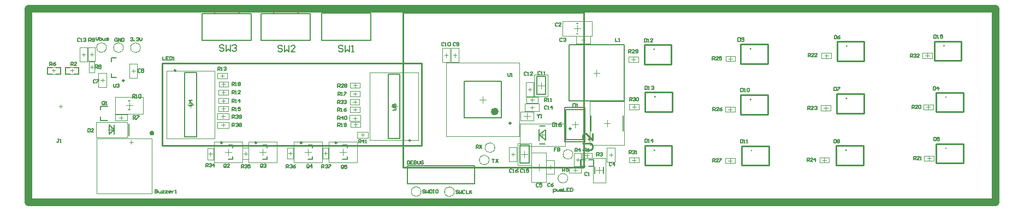
<source format=gto>
G04*
G04 #@! TF.GenerationSoftware,Altium Limited,CircuitMaker,2.3.0 (2.3.0.3)*
G04*
G04 Layer_Color=15132400*
%FSLAX24Y24*%
%MOIN*%
G70*
G04*
G04 #@! TF.SameCoordinates,DC51E294-6E65-4D61-95AE-3FB6185F5068*
G04*
G04*
G04 #@! TF.FilePolarity,Positive*
G04*
G01*
G75*
%ADD10C,0.0098*%
%ADD11C,0.0039*%
%ADD12C,0.0236*%
%ADD13C,0.0100*%
%ADD14C,0.0050*%
%ADD15C,0.0079*%
%ADD16C,0.0059*%
%ADD17C,0.0080*%
%ADD18C,0.0472*%
%ADD19C,0.0020*%
D10*
X34309Y3854D02*
G03*
X34309Y3854I-49J0D01*
G01*
X13957Y3637D02*
G03*
X13957Y3637I-49J0D01*
G01*
X29472Y4835D02*
G03*
X29472Y4835I-49J0D01*
G01*
X18844Y3634D02*
G03*
X18844Y3634I-49J0D01*
G01*
X16719Y3631D02*
G03*
X16719Y3631I-49J0D01*
G01*
X11854Y3633D02*
G03*
X11854Y3633I-49J0D01*
G01*
X23345Y3773D02*
G03*
X23345Y3773I-49J0D01*
G01*
X9026Y8057D02*
G03*
X9026Y8057I-49J0D01*
G01*
X33135Y4495D02*
G03*
X33135Y4495I-49J0D01*
G01*
X5864Y7437D02*
G03*
X5864Y7437I-49J0D01*
G01*
D11*
X26021Y640D02*
G03*
X26021Y640I-301J0D01*
G01*
X33257Y2925D02*
G03*
X33257Y2925I-301J0D01*
G01*
X5824Y9449D02*
G03*
X5824Y9449I-301J0D01*
G01*
X30820Y5458D02*
G03*
X30820Y5458I-20J0D01*
G01*
X6865Y9444D02*
G03*
X6865Y9444I-301J0D01*
G01*
X4786Y9454D02*
G03*
X4786Y9454I-301J0D01*
G01*
X28150Y2582D02*
G03*
X28150Y2582I-301J0D01*
G01*
X28500Y3332D02*
G03*
X28500Y3332I-301J0D01*
G01*
X32947Y1465D02*
G03*
X32947Y1465I-301J0D01*
G01*
X23994Y649D02*
G03*
X23994Y649I-301J0D01*
G01*
X1199Y7878D02*
Y8232D01*
X1455D01*
X1199Y7878D02*
X1455D01*
X1947D02*
Y8232D01*
X1691D02*
X1947D01*
X1691Y7878D02*
X1947D01*
X3050D02*
Y8232D01*
X2794Y7878D02*
X3050D01*
X2794Y8232D02*
X3050D01*
X2302Y7878D02*
Y8232D01*
Y7878D02*
X2558D01*
X2302Y8232D02*
X2558D01*
X4197Y1526D02*
Y2904D01*
X5181Y542D02*
X6559D01*
X7544Y1526D02*
Y2904D01*
X5181Y3888D02*
X6559D01*
X6304Y3553D02*
Y3790D01*
X6185Y3672D02*
X6422D01*
X4197Y3888D02*
X7544D01*
Y542D02*
Y3888D01*
X4197Y542D02*
X7544D01*
X4197D02*
Y3888D01*
X26015Y640D02*
G03*
X26015Y640I-295J0D01*
G01*
X33251Y2925D02*
G03*
X33251Y2925I-295J0D01*
G01*
X5818Y9449D02*
G03*
X5818Y9449I-295J0D01*
G01*
X6859Y9444D02*
G03*
X6859Y9444I-295J0D01*
G01*
X4780Y9454D02*
G03*
X4780Y9454I-295J0D01*
G01*
X28144Y2582D02*
G03*
X28144Y2582I-295J0D01*
G01*
X28494Y3332D02*
G03*
X28494Y3332I-295J0D01*
G01*
X32941Y1465D02*
G03*
X32941Y1465I-295J0D01*
G01*
X23988Y649D02*
G03*
X23988Y649I-295J0D01*
G01*
X4542Y7346D02*
Y7563D01*
X4434Y7455D02*
X4651D01*
X35147Y4818D02*
X35541D01*
X35344Y4621D02*
Y5015D01*
X19835Y6135D02*
X20051D01*
X19943Y6027D02*
Y6243D01*
X5983Y5913D02*
X6377D01*
X6180Y5717D02*
Y6110D01*
X14134Y3066D02*
X14528D01*
X14331Y2869D02*
Y3263D01*
X23154Y1127D02*
X27249D01*
Y2229D01*
X23154D02*
X27249D01*
X23154Y1127D02*
Y2229D01*
X27562Y6272D02*
X27956D01*
X27759Y6075D02*
Y6469D01*
X1573Y7947D02*
Y8163D01*
X1465Y8055D02*
X1681D01*
X2676Y7947D02*
Y8163D01*
X2567Y8055D02*
X2784D01*
X19965Y5027D02*
Y5243D01*
X19857Y5135D02*
X20074D01*
X20426Y4012D02*
Y4228D01*
X20317Y4120D02*
X20534D01*
X18047Y2987D02*
X18264D01*
X18155Y2879D02*
Y3095D01*
X15908Y3001D02*
X16125D01*
X16017Y2893D02*
Y3109D01*
X13173Y2978D02*
X13390D01*
X13281Y2870D02*
Y3087D01*
X11029Y2946D02*
X11246D01*
X11138Y2838D02*
Y3054D01*
X19218Y2866D02*
Y3260D01*
X19021Y3063D02*
X19414D01*
X17093Y2863D02*
Y3257D01*
X16897Y3060D02*
X17290D01*
X12228Y2865D02*
Y3259D01*
X12032Y3062D02*
X12425D01*
X11904Y5137D02*
Y5353D01*
X11796Y5245D02*
X12012D01*
X11909Y4612D02*
Y4829D01*
X11801Y4720D02*
X12017D01*
X22351Y5661D02*
Y6055D01*
X22154Y5858D02*
X22548D01*
X20874Y7925D02*
X23827D01*
X20874Y3791D02*
X23827D01*
X20874D02*
Y7925D01*
X23827Y3791D02*
Y7925D01*
X9922Y5775D02*
Y6169D01*
X9725Y5972D02*
X10119D01*
X8445Y3905D02*
X11398D01*
X8445Y8039D02*
X11398D01*
Y3905D02*
Y8039D01*
X8445Y3905D02*
Y8039D01*
X29492Y2925D02*
X29709D01*
X29600Y2816D02*
Y3033D01*
X30300Y2738D02*
Y3131D01*
X30104Y2935D02*
X30497D01*
X31876Y2037D02*
Y2253D01*
X31767Y2145D02*
X31984D01*
X30979Y2125D02*
X31373D01*
X31176Y1928D02*
Y2322D01*
X33278Y1975D02*
X33514D01*
X33396Y1857D02*
Y2093D01*
X36983Y2452D02*
Y2688D01*
X36865Y2570D02*
X37101D01*
X33546Y2487D02*
Y2703D01*
X33437Y2595D02*
X33654D01*
X34007Y2845D02*
X34224D01*
X34116Y2737D02*
Y2953D01*
X34870Y1754D02*
Y2148D01*
X34673Y1951D02*
X35067D01*
X35576Y2786D02*
Y3002D01*
X35467Y2894D02*
X35684D01*
X33189Y4745D02*
X33583D01*
X33386Y4548D02*
Y4942D01*
X33536Y10418D02*
Y10812D01*
X33339Y10615D02*
X33733D01*
X37001Y5712D02*
Y5948D01*
X36883Y5830D02*
X37119D01*
X36956Y8617D02*
Y8853D01*
X36838Y8735D02*
X37074D01*
X42871Y8652D02*
Y8888D01*
X42753Y8770D02*
X42989D01*
X42849Y2426D02*
Y2662D01*
X42731Y2544D02*
X42967D01*
X42735Y5675D02*
X42972D01*
X42853Y5557D02*
Y5793D01*
X48690Y5642D02*
Y5878D01*
X48572Y5760D02*
X48809D01*
X48728Y8837D02*
Y9073D01*
X48610Y8955D02*
X48846D01*
X48606Y2457D02*
Y2693D01*
X48488Y2575D02*
X48724D01*
X54878Y2685D02*
X55114D01*
X54996Y2567D02*
Y2803D01*
X54835Y5815D02*
X55072D01*
X54953Y5697D02*
Y5933D01*
X54893Y8847D02*
Y9083D01*
X54775Y8965D02*
X55012D01*
X33791Y9923D02*
X34007D01*
X33899Y9815D02*
Y10032D01*
X34509Y7905D02*
X34903D01*
X34706Y7708D02*
Y8102D01*
X26066Y8877D02*
Y9093D01*
X25957Y8985D02*
X26174D01*
X11823Y6713D02*
X12040D01*
X11932Y6605D02*
Y6822D01*
X11832Y7213D02*
X12049D01*
X11940Y7105D02*
Y7322D01*
X11810Y5715D02*
X12026D01*
X11918Y5607D02*
Y5823D01*
X11812Y6203D02*
X12029D01*
X11921Y6094D02*
Y6311D01*
X11748Y7734D02*
X11964D01*
X11856Y7625D02*
Y7842D01*
X30259Y5252D02*
X30653D01*
X30456Y5055D02*
Y5448D01*
X19847Y6625D02*
X20063D01*
X19955Y6517D02*
Y6733D01*
X19845Y5665D02*
X20062D01*
X19953Y5557D02*
Y5773D01*
X5570Y5175D02*
X5806D01*
X5688Y5057D02*
Y5293D01*
X3886Y8930D02*
Y9146D01*
X3777Y9038D02*
X3994D01*
X30769Y6144D02*
Y6361D01*
X30661Y6252D02*
X30877D01*
X3778Y8265D02*
X3994D01*
X3886Y8157D02*
Y8373D01*
X19859Y7149D02*
X20076D01*
X19968Y7040D02*
Y7257D01*
X30531Y6902D02*
X30747D01*
X30639Y6794D02*
Y7011D01*
X6326Y8027D02*
X6542D01*
X6434Y7918D02*
Y8135D01*
X3396Y8927D02*
Y9143D01*
X3287Y9035D02*
X3504D01*
X31319Y6941D02*
Y7335D01*
X31122Y7138D02*
X31516D01*
X19877Y4750D02*
X20094D01*
X19985Y4642D02*
Y4858D01*
X25417Y8986D02*
X25634D01*
X25526Y8878D02*
Y9094D01*
X30768Y5694D02*
Y5911D01*
X30660Y5802D02*
X30876D01*
X5100Y4228D02*
Y4622D01*
X4904Y4425D02*
X5297D01*
D12*
X28606Y5544D02*
G03*
X28606Y5544I-118J0D01*
G01*
D13*
X38243Y3180D02*
G03*
X38243Y3180I-4J0D01*
G01*
X38213Y9350D02*
G03*
X38213Y9350I-4J0D01*
G01*
X44155Y3155D02*
G03*
X44155Y3155I-4J0D01*
G01*
X44093Y6280D02*
G03*
X44093Y6280I-4J0D01*
G01*
Y9380D02*
G03*
X44093Y9380I-4J0D01*
G01*
X38263Y6440D02*
G03*
X38263Y6440I-4J0D01*
G01*
X55903Y9560D02*
G03*
X55903Y9560I-4J0D01*
G01*
X49935Y3175D02*
G03*
X49935Y3175I-4J0D01*
G01*
X56023Y3290D02*
G03*
X56023Y3290I-4J0D01*
G01*
X49953Y6340D02*
G03*
X49953Y6340I-4J0D01*
G01*
X49973Y9540D02*
G03*
X49973Y9540I-4J0D01*
G01*
X56023Y6430D02*
G03*
X56023Y6430I-4J0D01*
G01*
X7662Y4223D02*
G03*
X7662Y4223I-98J0D01*
G01*
X7603D02*
G03*
X7603Y4223I-39J0D01*
G01*
X8202Y3445D02*
X24029D01*
X8202D02*
Y8485D01*
X24029D01*
Y3445D02*
Y8485D01*
X37649Y2274D02*
Y3455D01*
Y2274D02*
X39303D01*
Y3455D01*
X37649D02*
X39303D01*
X37619Y8444D02*
Y9625D01*
Y8444D02*
X39273D01*
Y9625D01*
X37619D02*
X39273D01*
X43560Y2249D02*
Y3430D01*
Y2249D02*
X45214D01*
Y3430D01*
X43560D02*
X45214D01*
X43499Y6555D02*
X45153D01*
Y5374D02*
Y6555D01*
X43499Y5374D02*
X45153D01*
X43499D02*
Y6555D01*
Y8474D02*
Y9655D01*
Y8474D02*
X45153D01*
Y9655D01*
X43499D02*
X45153D01*
X37669Y6715D02*
X39323D01*
Y5534D02*
Y6715D01*
X37669Y5534D02*
X39323D01*
X37669D02*
Y6715D01*
X55309Y8654D02*
Y9835D01*
Y8654D02*
X56963D01*
Y9835D01*
X55309D02*
X56963D01*
X49340Y2269D02*
Y3450D01*
Y2269D02*
X50994D01*
Y3450D01*
X49340D02*
X50994D01*
X55429Y2384D02*
Y3565D01*
Y2384D02*
X57083D01*
Y3565D01*
X55429D02*
X57083D01*
X49359Y6615D02*
X51013D01*
Y5434D02*
Y6615D01*
X49359Y5434D02*
X51013D01*
X49359D02*
Y6615D01*
X49379Y8634D02*
Y9815D01*
Y8634D02*
X51033D01*
Y9815D01*
X49379D02*
X51033D01*
X55429Y6705D02*
X57083D01*
Y5524D02*
Y6705D01*
X55429Y5524D02*
X57083D01*
X55429D02*
Y6705D01*
X33871Y3186D02*
X34371D01*
X34471Y3286D01*
Y3486D01*
X34371Y3586D01*
X33871D01*
X34471Y4186D02*
Y3786D01*
X34071Y4186D01*
X33971D01*
X33871Y4086D01*
Y3886D01*
X33971Y3786D01*
X22887Y11584D02*
X33911D01*
Y2135D02*
Y11584D01*
X22887Y2135D02*
X33911D01*
X22887D02*
Y11584D01*
D14*
X33716Y2185D02*
Y2585D01*
Y2185D02*
X34016D01*
X34216D02*
X34516D01*
Y2585D01*
X34216D02*
X34516D01*
X33716D02*
X34016D01*
X18895Y6027D02*
Y6226D01*
X18995D01*
X19028Y6193D01*
Y6127D01*
X18995Y6093D01*
X18895D01*
X18961D02*
X19028Y6027D01*
X19095Y6193D02*
X19128Y6226D01*
X19195D01*
X19228Y6193D01*
Y6160D01*
X19195Y6127D01*
X19161D01*
X19195D01*
X19228Y6093D01*
Y6060D01*
X19195Y6027D01*
X19128D01*
X19095Y6060D01*
X19295Y6193D02*
X19328Y6226D01*
X19395D01*
X19428Y6193D01*
Y6160D01*
X19395Y6127D01*
X19361D01*
X19395D01*
X19428Y6093D01*
Y6060D01*
X19395Y6027D01*
X19328D01*
X19295Y6060D01*
X20184Y3624D02*
Y3830D01*
X20287D01*
X20321Y3796D01*
Y3727D01*
X20287Y3693D01*
X20184D01*
X20252D02*
X20321Y3624D01*
X20493D02*
Y3830D01*
X20390Y3727D01*
X20527D01*
X20596Y3624D02*
X20665D01*
X20630D01*
Y3830D01*
X20596Y3796D01*
X18904Y5051D02*
Y5258D01*
X19007D01*
X19042Y5223D01*
Y5155D01*
X19007Y5120D01*
X18904D01*
X18973D02*
X19042Y5051D01*
X19214D02*
Y5258D01*
X19110Y5155D01*
X19248D01*
X19317Y5223D02*
X19351Y5258D01*
X19420D01*
X19454Y5223D01*
Y5086D01*
X19420Y5051D01*
X19351D01*
X19317Y5086D01*
Y5223D01*
X12467Y5123D02*
Y5329D01*
X12570D01*
X12605Y5295D01*
Y5226D01*
X12570Y5192D01*
X12467D01*
X12536D02*
X12605Y5123D01*
X12673Y5295D02*
X12708Y5329D01*
X12776D01*
X12811Y5295D01*
Y5261D01*
X12776Y5226D01*
X12742D01*
X12776D01*
X12811Y5192D01*
Y5158D01*
X12776Y5123D01*
X12708D01*
X12673Y5158D01*
X12880D02*
X12914Y5123D01*
X12983D01*
X13017Y5158D01*
Y5295D01*
X12983Y5329D01*
X12914D01*
X12880Y5295D01*
Y5261D01*
X12914Y5226D01*
X13017D01*
X12470Y4620D02*
Y4827D01*
X12573D01*
X12608Y4792D01*
Y4723D01*
X12573Y4689D01*
X12470D01*
X12539D02*
X12608Y4620D01*
X12676Y4792D02*
X12711Y4827D01*
X12779D01*
X12814Y4792D01*
Y4758D01*
X12779Y4723D01*
X12745D01*
X12779D01*
X12814Y4689D01*
Y4655D01*
X12779Y4620D01*
X12711D01*
X12676Y4655D01*
X12883Y4792D02*
X12917Y4827D01*
X12986D01*
X13020Y4792D01*
Y4758D01*
X12986Y4723D01*
X13020Y4689D01*
Y4655D01*
X12986Y4620D01*
X12917D01*
X12883Y4655D01*
Y4689D01*
X12917Y4723D01*
X12883Y4758D01*
Y4792D01*
X12917Y4723D02*
X12986D01*
X17937Y2080D02*
Y2286D01*
X18040D01*
X18074Y2252D01*
Y2183D01*
X18040Y2149D01*
X17937D01*
X18005D02*
X18074Y2080D01*
X18143Y2252D02*
X18177Y2286D01*
X18246D01*
X18280Y2252D01*
Y2217D01*
X18246Y2183D01*
X18212D01*
X18246D01*
X18280Y2149D01*
Y2114D01*
X18246Y2080D01*
X18177D01*
X18143Y2114D01*
X18349Y2286D02*
X18487D01*
Y2252D01*
X18349Y2114D01*
Y2080D01*
X15768D02*
Y2286D01*
X15871D01*
X15906Y2252D01*
Y2183D01*
X15871Y2149D01*
X15768D01*
X15837D02*
X15906Y2080D01*
X15975Y2252D02*
X16009Y2286D01*
X16078D01*
X16112Y2252D01*
Y2217D01*
X16078Y2183D01*
X16043D01*
X16078D01*
X16112Y2149D01*
Y2114D01*
X16078Y2080D01*
X16009D01*
X15975Y2114D01*
X16318Y2286D02*
X16250Y2252D01*
X16181Y2183D01*
Y2114D01*
X16215Y2080D01*
X16284D01*
X16318Y2114D01*
Y2149D01*
X16284Y2183D01*
X16181D01*
X13019Y2094D02*
Y2300D01*
X13122D01*
X13157Y2266D01*
Y2197D01*
X13122Y2162D01*
X13019D01*
X13088D02*
X13157Y2094D01*
X13226Y2266D02*
X13260Y2300D01*
X13329D01*
X13363Y2266D01*
Y2231D01*
X13329Y2197D01*
X13294D01*
X13329D01*
X13363Y2162D01*
Y2128D01*
X13329Y2094D01*
X13260D01*
X13226Y2128D01*
X13569Y2300D02*
X13432D01*
Y2197D01*
X13501Y2231D01*
X13535D01*
X13569Y2197D01*
Y2128D01*
X13535Y2094D01*
X13466D01*
X13432Y2128D01*
X10856Y2157D02*
Y2363D01*
X10959D01*
X10993Y2329D01*
Y2260D01*
X10959Y2225D01*
X10856D01*
X10925D02*
X10993Y2157D01*
X11062Y2329D02*
X11097Y2363D01*
X11165D01*
X11200Y2329D01*
Y2294D01*
X11165Y2260D01*
X11131D01*
X11165D01*
X11200Y2225D01*
Y2191D01*
X11165Y2157D01*
X11097D01*
X11062Y2191D01*
X11372Y2157D02*
Y2363D01*
X11268Y2260D01*
X11406D01*
X19250Y2101D02*
Y2238D01*
X19216Y2272D01*
X19147D01*
X19113Y2238D01*
Y2101D01*
X19147Y2066D01*
X19216D01*
X19181Y2135D02*
X19250Y2066D01*
X19216D02*
X19250Y2101D01*
X19456Y2272D02*
X19319D01*
Y2169D01*
X19388Y2204D01*
X19422D01*
X19456Y2169D01*
Y2101D01*
X19422Y2066D01*
X19353D01*
X19319Y2101D01*
X17153Y2140D02*
Y2277D01*
X17118Y2312D01*
X17050D01*
X17015Y2277D01*
Y2140D01*
X17050Y2106D01*
X17118D01*
X17084Y2174D02*
X17153Y2106D01*
X17118D02*
X17153Y2140D01*
X17325Y2106D02*
Y2312D01*
X17221Y2209D01*
X17359D01*
X14316Y2160D02*
Y2297D01*
X14282Y2331D01*
X14213D01*
X14179Y2297D01*
Y2160D01*
X14213Y2125D01*
X14282D01*
X14247Y2194D02*
X14316Y2125D01*
X14282D02*
X14316Y2160D01*
X14385Y2297D02*
X14419Y2331D01*
X14488D01*
X14522Y2297D01*
Y2263D01*
X14488Y2228D01*
X14454D01*
X14488D01*
X14522Y2194D01*
Y2160D01*
X14488Y2125D01*
X14419D01*
X14385Y2160D01*
X12101Y2150D02*
Y2287D01*
X12067Y2322D01*
X11998D01*
X11964Y2287D01*
Y2150D01*
X11998Y2115D01*
X12067D01*
X12033Y2184D02*
X12101Y2115D01*
X12067D02*
X12101Y2150D01*
X12308Y2115D02*
X12170D01*
X12308Y2253D01*
Y2287D01*
X12273Y2322D01*
X12205D01*
X12170Y2287D01*
X8235Y8901D02*
Y8695D01*
X8373D01*
X8579Y8901D02*
X8441D01*
Y8695D01*
X8579D01*
X8441Y8798D02*
X8510D01*
X8647Y8901D02*
Y8695D01*
X8751D01*
X8785Y8729D01*
Y8867D01*
X8751Y8901D01*
X8647D01*
X8854Y8695D02*
X8922D01*
X8888D01*
Y8901D01*
X8854Y8867D01*
X23159Y2526D02*
Y2320D01*
X23262D01*
X23297Y2354D01*
Y2492D01*
X23262Y2526D01*
X23159D01*
X23503D02*
X23365D01*
Y2320D01*
X23503D01*
X23365Y2423D02*
X23434D01*
X23571Y2526D02*
Y2320D01*
X23675D01*
X23709Y2354D01*
Y2389D01*
X23675Y2423D01*
X23571D01*
X23675D01*
X23709Y2457D01*
Y2492D01*
X23675Y2526D01*
X23571D01*
X23778D02*
Y2354D01*
X23812Y2320D01*
X23881D01*
X23915Y2354D01*
Y2526D01*
X24121Y2492D02*
X24087Y2526D01*
X24018D01*
X23984Y2492D01*
Y2354D01*
X24018Y2320D01*
X24087D01*
X24121Y2354D01*
Y2423D01*
X24053D01*
X22267Y5642D02*
X22439D01*
X22474Y5676D01*
Y5745D01*
X22439Y5779D01*
X22267D01*
Y5986D02*
Y5848D01*
X22371D01*
X22336Y5917D01*
Y5951D01*
X22371Y5986D01*
X22439D01*
X22474Y5951D01*
Y5883D01*
X22439Y5848D01*
X9822Y5910D02*
X9993D01*
X10028Y5944D01*
Y6013D01*
X9993Y6047D01*
X9822D01*
X10028Y6219D02*
X9822D01*
X9925Y6116D01*
Y6253D01*
X32028Y4846D02*
Y4640D01*
X32131D01*
X32165Y4674D01*
Y4812D01*
X32131Y4846D01*
X32028D01*
X32234Y4640D02*
X32303D01*
X32268D01*
Y4846D01*
X32234Y4812D01*
X32543Y4846D02*
X32474Y4812D01*
X32406Y4743D01*
Y4674D01*
X32440Y4640D01*
X32509D01*
X32543Y4674D01*
Y4709D01*
X32509Y4743D01*
X32406D01*
X29531Y2008D02*
X29497Y2042D01*
X29428D01*
X29394Y2008D01*
Y1870D01*
X29428Y1836D01*
X29497D01*
X29531Y1870D01*
X29600Y1836D02*
X29669D01*
X29634D01*
Y2042D01*
X29600Y2008D01*
X29909Y2042D02*
X29841Y2008D01*
X29772Y1939D01*
Y1870D01*
X29806Y1836D01*
X29875D01*
X29909Y1870D01*
Y1905D01*
X29875Y1939D01*
X29772D01*
X30189Y2008D02*
X30154Y2042D01*
X30086D01*
X30051Y2008D01*
Y1870D01*
X30086Y1836D01*
X30154D01*
X30189Y1870D01*
X30257Y1836D02*
X30326D01*
X30292D01*
Y2042D01*
X30257Y2008D01*
X30567Y2042D02*
X30429D01*
Y1939D01*
X30498Y1973D01*
X30532D01*
X30567Y1939D01*
Y1870D01*
X30532Y1836D01*
X30464D01*
X30429Y1870D01*
X5445Y10008D02*
X5411Y10042D01*
X5342D01*
X5308Y10008D01*
Y9870D01*
X5342Y9836D01*
X5411D01*
X5445Y9870D01*
Y9939D01*
X5376D01*
X5514Y9836D02*
Y10042D01*
X5651Y9836D01*
Y10042D01*
X5720D02*
Y9836D01*
X5823D01*
X5858Y9870D01*
Y10008D01*
X5823Y10042D01*
X5720D01*
X55301Y10226D02*
Y10020D01*
X55404D01*
X55438Y10054D01*
Y10192D01*
X55404Y10226D01*
X55301D01*
X55507Y10020D02*
X55576D01*
X55541D01*
Y10226D01*
X55507Y10192D01*
X55816Y10226D02*
X55679D01*
Y10123D01*
X55748Y10157D01*
X55782D01*
X55816Y10123D01*
Y10054D01*
X55782Y10020D01*
X55713D01*
X55679Y10054D01*
X31091Y5380D02*
Y5345D01*
X31160Y5276D01*
X31229Y5345D01*
Y5380D01*
X31160Y5276D02*
Y5173D01*
X31298D02*
X31366D01*
X31332D01*
Y5380D01*
X31298Y5345D01*
X31653Y5872D02*
X31619Y5906D01*
X31550D01*
X31516Y5872D01*
Y5734D01*
X31550Y5700D01*
X31619D01*
X31653Y5734D01*
X31722Y5700D02*
X31791D01*
X31756D01*
Y5906D01*
X31722Y5872D01*
X31997Y5700D02*
Y5906D01*
X31894Y5803D01*
X32031D01*
X34708Y2828D02*
Y3034D01*
X34811D01*
X34846Y3000D01*
Y2931D01*
X34811Y2896D01*
X34708D01*
X34777D02*
X34846Y2828D01*
X34914Y3000D02*
X34949Y3034D01*
X35018D01*
X35052Y3000D01*
Y2965D01*
X35018Y2931D01*
X34983D01*
X35018D01*
X35052Y2896D01*
Y2862D01*
X35018Y2828D01*
X34949D01*
X34914Y2862D01*
X33971Y3102D02*
Y3308D01*
X34075D01*
X34109Y3274D01*
Y3205D01*
X34075Y3171D01*
X33971D01*
X34040D02*
X34109Y3102D01*
X34178D02*
X34246D01*
X34212D01*
Y3308D01*
X34178Y3274D01*
X53856Y8865D02*
Y9065D01*
X53956D01*
X53989Y9032D01*
Y8965D01*
X53956Y8932D01*
X53856D01*
X53923D02*
X53989Y8865D01*
X54056Y9032D02*
X54089Y9065D01*
X54156D01*
X54189Y9032D01*
Y8998D01*
X54156Y8965D01*
X54123D01*
X54156D01*
X54189Y8932D01*
Y8898D01*
X54156Y8865D01*
X54089D01*
X54056Y8898D01*
X54389Y8865D02*
X54256D01*
X54389Y8998D01*
Y9032D01*
X54356Y9065D01*
X54289D01*
X54256Y9032D01*
X36684Y2947D02*
Y3153D01*
X36787D01*
X36821Y3119D01*
Y3050D01*
X36787Y3016D01*
X36684D01*
X36752D02*
X36821Y2947D01*
X36890Y3119D02*
X36924Y3153D01*
X36993D01*
X37027Y3119D01*
Y3085D01*
X36993Y3050D01*
X36959D01*
X36993D01*
X37027Y3016D01*
Y2981D01*
X36993Y2947D01*
X36924D01*
X36890Y2981D01*
X37096Y2947D02*
X37165D01*
X37130D01*
Y3153D01*
X37096Y3119D01*
X36722Y6186D02*
Y6392D01*
X36825D01*
X36860Y6358D01*
Y6289D01*
X36825Y6255D01*
X36722D01*
X36791D02*
X36860Y6186D01*
X36928Y6358D02*
X36963Y6392D01*
X37031D01*
X37066Y6358D01*
Y6324D01*
X37031Y6289D01*
X36997D01*
X37031D01*
X37066Y6255D01*
Y6221D01*
X37031Y6186D01*
X36963D01*
X36928Y6221D01*
X37135Y6358D02*
X37169Y6392D01*
X37238D01*
X37272Y6358D01*
Y6221D01*
X37238Y6186D01*
X37169D01*
X37135Y6221D01*
Y6358D01*
X36666Y9130D02*
Y9336D01*
X36769D01*
X36803Y9302D01*
Y9233D01*
X36769Y9199D01*
X36666D01*
X36735D02*
X36803Y9130D01*
X37010D02*
X36872D01*
X37010Y9268D01*
Y9302D01*
X36975Y9336D01*
X36907D01*
X36872Y9302D01*
X37078Y9165D02*
X37113Y9130D01*
X37182D01*
X37216Y9165D01*
Y9302D01*
X37182Y9336D01*
X37113D01*
X37078Y9302D01*
Y9268D01*
X37113Y9233D01*
X37216D01*
X18906Y7032D02*
Y7238D01*
X19009D01*
X19044Y7204D01*
Y7135D01*
X19009Y7100D01*
X18906D01*
X18975D02*
X19044Y7032D01*
X19250D02*
X19112D01*
X19250Y7169D01*
Y7204D01*
X19215Y7238D01*
X19147D01*
X19112Y7204D01*
X19319D02*
X19353Y7238D01*
X19422D01*
X19456Y7204D01*
Y7169D01*
X19422Y7135D01*
X19456Y7100D01*
Y7066D01*
X19422Y7032D01*
X19353D01*
X19319Y7066D01*
Y7100D01*
X19353Y7135D01*
X19319Y7169D01*
Y7204D01*
X19353Y7135D02*
X19422D01*
X41782Y2463D02*
Y2669D01*
X41885D01*
X41920Y2635D01*
Y2566D01*
X41885Y2532D01*
X41782D01*
X41851D02*
X41920Y2463D01*
X42126D02*
X41988D01*
X42126Y2600D01*
Y2635D01*
X42091Y2669D01*
X42023D01*
X41988Y2635D01*
X42195Y2669D02*
X42332D01*
Y2635D01*
X42195Y2497D01*
Y2463D01*
X41805Y5585D02*
Y5791D01*
X41908D01*
X41942Y5757D01*
Y5688D01*
X41908Y5654D01*
X41805D01*
X41873D02*
X41942Y5585D01*
X42148D02*
X42011D01*
X42148Y5722D01*
Y5757D01*
X42114Y5791D01*
X42045D01*
X42011Y5757D01*
X42355Y5791D02*
X42286Y5757D01*
X42217Y5688D01*
Y5619D01*
X42252Y5585D01*
X42320D01*
X42355Y5619D01*
Y5654D01*
X42320Y5688D01*
X42217D01*
X41774Y8686D02*
Y8892D01*
X41877D01*
X41912Y8858D01*
Y8789D01*
X41877Y8755D01*
X41774D01*
X41843D02*
X41912Y8686D01*
X42118D02*
X41980D01*
X42118Y8824D01*
Y8858D01*
X42084Y8892D01*
X42015D01*
X41980Y8858D01*
X42324Y8892D02*
X42187D01*
Y8789D01*
X42255Y8824D01*
X42290D01*
X42324Y8789D01*
Y8721D01*
X42290Y8686D01*
X42221D01*
X42187Y8721D01*
X47556Y2499D02*
Y2705D01*
X47659D01*
X47693Y2671D01*
Y2602D01*
X47659Y2568D01*
X47556D01*
X47624D02*
X47693Y2499D01*
X47899D02*
X47762D01*
X47899Y2637D01*
Y2671D01*
X47865Y2705D01*
X47796D01*
X47762Y2671D01*
X48071Y2499D02*
Y2705D01*
X47968Y2602D01*
X48106D01*
X47595Y5653D02*
Y5859D01*
X47698D01*
X47733Y5825D01*
Y5756D01*
X47698Y5722D01*
X47595D01*
X47664D02*
X47733Y5653D01*
X47939D02*
X47801D01*
X47939Y5790D01*
Y5825D01*
X47904Y5859D01*
X47836D01*
X47801Y5825D01*
X48008D02*
X48042Y5859D01*
X48111D01*
X48145Y5825D01*
Y5790D01*
X48111Y5756D01*
X48076D01*
X48111D01*
X48145Y5722D01*
Y5687D01*
X48111Y5653D01*
X48042D01*
X48008Y5687D01*
X47621Y8886D02*
Y9092D01*
X47724D01*
X47758Y9058D01*
Y8989D01*
X47724Y8955D01*
X47621D01*
X47689D02*
X47758Y8886D01*
X47964D02*
X47827D01*
X47964Y9024D01*
Y9058D01*
X47930Y9092D01*
X47861D01*
X47827Y9058D01*
X48171Y8886D02*
X48033D01*
X48171Y9024D01*
Y9058D01*
X48136Y9092D01*
X48068D01*
X48033Y9058D01*
X54049Y2600D02*
Y2806D01*
X54152D01*
X54186Y2772D01*
Y2703D01*
X54152Y2668D01*
X54049D01*
X54118D02*
X54186Y2600D01*
X54392D02*
X54255D01*
X54392Y2737D01*
Y2772D01*
X54358Y2806D01*
X54289D01*
X54255Y2772D01*
X54461Y2600D02*
X54530D01*
X54496D01*
Y2806D01*
X54461Y2772D01*
X53947Y5728D02*
Y5934D01*
X54051D01*
X54085Y5899D01*
Y5831D01*
X54051Y5796D01*
X53947D01*
X54016D02*
X54085Y5728D01*
X54291D02*
X54154D01*
X54291Y5865D01*
Y5899D01*
X54257Y5934D01*
X54188D01*
X54154Y5899D01*
X54360D02*
X54394Y5934D01*
X54463D01*
X54497Y5899D01*
Y5762D01*
X54463Y5728D01*
X54394D01*
X54360Y5762D01*
Y5899D01*
X5226Y7219D02*
Y7047D01*
X5260Y7013D01*
X5329D01*
X5363Y7047D01*
Y7219D01*
X5432Y7185D02*
X5466Y7219D01*
X5535D01*
X5569Y7185D01*
Y7151D01*
X5535Y7116D01*
X5501D01*
X5535D01*
X5569Y7082D01*
Y7047D01*
X5535Y7013D01*
X5466D01*
X5432Y7047D01*
X3157Y10006D02*
X3123Y10040D01*
X3054D01*
X3020Y10006D01*
Y9868D01*
X3054Y9834D01*
X3123D01*
X3157Y9868D01*
X3226Y9834D02*
X3295D01*
X3260D01*
Y10040D01*
X3226Y10006D01*
X3398D02*
X3432Y10040D01*
X3501D01*
X3535Y10006D01*
Y9971D01*
X3501Y9937D01*
X3467D01*
X3501D01*
X3535Y9903D01*
Y9868D01*
X3501Y9834D01*
X3432D01*
X3398Y9868D01*
X1883Y3852D02*
X1815D01*
X1849D01*
Y3680D01*
X1815Y3646D01*
X1780D01*
X1746Y3680D01*
X1952Y3646D02*
X2021D01*
X1986D01*
Y3852D01*
X1952Y3818D01*
X29298Y7888D02*
Y7716D01*
X29333Y7682D01*
X29401D01*
X29436Y7716D01*
Y7888D01*
X29504Y7682D02*
X29573D01*
X29539D01*
Y7888D01*
X29504Y7854D01*
X30421Y7921D02*
X30387Y7955D01*
X30318D01*
X30284Y7921D01*
Y7784D01*
X30318Y7749D01*
X30387D01*
X30421Y7784D01*
X30490Y7749D02*
X30559D01*
X30524D01*
Y7955D01*
X30490Y7921D01*
X30799Y7749D02*
X30662D01*
X30799Y7887D01*
Y7921D01*
X30765Y7955D01*
X30696D01*
X30662Y7921D01*
X31252Y7956D02*
X31217Y7990D01*
X31149D01*
X31114Y7956D01*
Y7818D01*
X31149Y7784D01*
X31217D01*
X31252Y7818D01*
X31320Y7784D02*
X31389D01*
X31355D01*
Y7990D01*
X31320Y7956D01*
X31492Y7784D02*
X31561D01*
X31527D01*
Y7990D01*
X31492Y7956D01*
X25399Y9726D02*
X25365Y9761D01*
X25296D01*
X25262Y9726D01*
Y9589D01*
X25296Y9554D01*
X25365D01*
X25399Y9589D01*
X25468Y9554D02*
X25537D01*
X25503D01*
Y9761D01*
X25468Y9726D01*
X25640D02*
X25674Y9761D01*
X25743D01*
X25777Y9726D01*
Y9589D01*
X25743Y9554D01*
X25674D01*
X25640Y9589D01*
Y9726D01*
X26081Y9744D02*
X26047Y9778D01*
X25978D01*
X25944Y9744D01*
Y9606D01*
X25978Y9572D01*
X26047D01*
X26081Y9606D01*
X26150D02*
X26184Y9572D01*
X26253D01*
X26288Y9606D01*
Y9744D01*
X26253Y9778D01*
X26184D01*
X26150Y9744D01*
Y9709D01*
X26184Y9675D01*
X26288D01*
X6864Y8115D02*
X6830Y8149D01*
X6761D01*
X6727Y8115D01*
Y7978D01*
X6761Y7943D01*
X6830D01*
X6864Y7978D01*
X6933Y8115D02*
X6967Y8149D01*
X7036D01*
X7070Y8115D01*
Y8081D01*
X7036Y8046D01*
X7070Y8012D01*
Y7978D01*
X7036Y7943D01*
X6967D01*
X6933Y7978D01*
Y8012D01*
X6967Y8046D01*
X6933Y8081D01*
Y8115D01*
X6967Y8046D02*
X7036D01*
X7769Y767D02*
Y561D01*
X7872D01*
X7906Y595D01*
Y630D01*
X7872Y664D01*
X7769D01*
X7872D01*
X7906Y699D01*
Y733D01*
X7872Y767D01*
X7769D01*
X7975Y699D02*
Y595D01*
X8009Y561D01*
X8112D01*
Y699D01*
X8181D02*
X8319D01*
X8181Y561D01*
X8319D01*
X8387Y699D02*
X8525D01*
X8387Y561D01*
X8525D01*
X8697D02*
X8628D01*
X8594Y595D01*
Y664D01*
X8628Y699D01*
X8697D01*
X8731Y664D01*
Y630D01*
X8594D01*
X8800Y699D02*
Y561D01*
Y630D01*
X8834Y664D01*
X8869Y699D01*
X8903D01*
X9006Y561D02*
X9075D01*
X9040D01*
Y767D01*
X9006Y733D01*
X35861Y10033D02*
Y9827D01*
X35998D01*
X36067D02*
X36136D01*
X36101D01*
Y10033D01*
X36067Y9999D01*
X37657Y3858D02*
Y3652D01*
X37760D01*
X37795Y3686D01*
Y3824D01*
X37760Y3858D01*
X37657D01*
X37863Y3652D02*
X37932D01*
X37898D01*
Y3858D01*
X37863Y3824D01*
X38138Y3652D02*
Y3858D01*
X38035Y3755D01*
X38173D01*
X15520Y9517D02*
X15454Y9582D01*
X15323D01*
X15257Y9517D01*
Y9451D01*
X15323Y9386D01*
X15454D01*
X15520Y9320D01*
Y9254D01*
X15454Y9189D01*
X15323D01*
X15257Y9254D01*
X15651Y9582D02*
Y9189D01*
X15782Y9320D01*
X15913Y9189D01*
Y9582D01*
X16307Y9189D02*
X16044D01*
X16307Y9451D01*
Y9517D01*
X16241Y9582D01*
X16110D01*
X16044Y9517D01*
X19229D02*
X19163Y9582D01*
X19032D01*
X18966Y9517D01*
Y9451D01*
X19032Y9386D01*
X19163D01*
X19229Y9320D01*
Y9254D01*
X19163Y9189D01*
X19032D01*
X18966Y9254D01*
X19360Y9582D02*
Y9189D01*
X19491Y9320D01*
X19622Y9189D01*
Y9582D01*
X19754Y9189D02*
X19885D01*
X19819D01*
Y9582D01*
X19754Y9517D01*
X32611Y9989D02*
X32577Y10023D01*
X32508D01*
X32474Y9989D01*
Y9852D01*
X32508Y9817D01*
X32577D01*
X32611Y9852D01*
X32680Y9989D02*
X32714Y10023D01*
X32783D01*
X32818Y9989D01*
Y9955D01*
X32783Y9920D01*
X32749D01*
X32783D01*
X32818Y9886D01*
Y9852D01*
X32783Y9817D01*
X32714D01*
X32680Y9852D01*
X6243Y10033D02*
X6277Y10067D01*
X6346D01*
X6381Y10033D01*
Y9998D01*
X6346Y9964D01*
X6312D01*
X6346D01*
X6381Y9930D01*
Y9895D01*
X6346Y9861D01*
X6277D01*
X6243Y9895D01*
X6449Y9861D02*
Y9895D01*
X6484D01*
Y9861D01*
X6449D01*
X6621Y10033D02*
X6656Y10067D01*
X6724D01*
X6759Y10033D01*
Y9998D01*
X6724Y9964D01*
X6690D01*
X6724D01*
X6759Y9930D01*
Y9895D01*
X6724Y9861D01*
X6656D01*
X6621Y9895D01*
X6827Y10067D02*
Y9930D01*
X6896Y9861D01*
X6965Y9930D01*
Y10067D01*
X4156Y10097D02*
Y9959D01*
X4225Y9891D01*
X4294Y9959D01*
Y10097D01*
X4362D02*
Y9891D01*
X4466D01*
X4500Y9925D01*
Y9959D01*
Y9994D01*
X4466Y10028D01*
X4362D01*
X4569D02*
Y9925D01*
X4603Y9891D01*
X4706D01*
Y10028D01*
X4775Y9891D02*
X4878D01*
X4912Y9925D01*
X4878Y9959D01*
X4809D01*
X4775Y9994D01*
X4809Y10028D01*
X4912D01*
X32074Y585D02*
Y791D01*
X32177D01*
X32212Y757D01*
Y688D01*
X32177Y654D01*
X32074D01*
X32280Y791D02*
Y688D01*
X32315Y654D01*
X32349Y688D01*
X32383Y654D01*
X32418Y688D01*
Y791D01*
X32487Y654D02*
Y791D01*
X32521D01*
X32555Y757D01*
Y654D01*
Y757D01*
X32590Y791D01*
X32624Y757D01*
Y654D01*
X32693Y860D02*
Y654D01*
X32830D01*
X33037Y860D02*
X32899D01*
Y654D01*
X33037D01*
X32899Y757D02*
X32968D01*
X33105Y860D02*
Y654D01*
X33208D01*
X33243Y688D01*
Y826D01*
X33208Y860D01*
X33105D01*
X32259Y3319D02*
X32121D01*
Y3216D01*
X32190D01*
X32121D01*
Y3112D01*
X32328Y3319D02*
Y3112D01*
X32431D01*
X32465Y3147D01*
Y3181D01*
X32431Y3216D01*
X32328D01*
X32431D01*
X32465Y3250D01*
Y3284D01*
X32431Y3319D01*
X32328D01*
X24238Y727D02*
X24204Y762D01*
X24135D01*
X24101Y727D01*
Y693D01*
X24135Y658D01*
X24204D01*
X24238Y624D01*
Y590D01*
X24204Y555D01*
X24135D01*
X24101Y590D01*
X24307Y762D02*
Y555D01*
X24376Y624D01*
X24445Y555D01*
Y762D01*
X24513D02*
Y555D01*
X24617D01*
X24651Y590D01*
Y727D01*
X24617Y762D01*
X24513D01*
X24720D02*
X24788D01*
X24754D01*
Y555D01*
X24720D01*
X24788D01*
X24995Y762D02*
X24926D01*
X24891Y727D01*
Y590D01*
X24926Y555D01*
X24995D01*
X25029Y590D01*
Y727D01*
X24995Y762D01*
X26263Y709D02*
X26228Y744D01*
X26159D01*
X26125Y709D01*
Y675D01*
X26159Y641D01*
X26228D01*
X26263Y606D01*
Y572D01*
X26228Y538D01*
X26159D01*
X26125Y572D01*
X26331Y744D02*
Y538D01*
X26400Y606D01*
X26469Y538D01*
Y744D01*
X26675Y709D02*
X26641Y744D01*
X26572D01*
X26538Y709D01*
Y572D01*
X26572Y538D01*
X26641D01*
X26675Y572D01*
X26744Y744D02*
Y538D01*
X26881D01*
X26950Y744D02*
Y538D01*
Y606D01*
X27088Y744D01*
X26984Y641D01*
X27088Y538D01*
X27346Y3279D02*
Y3485D01*
X27449D01*
X27483Y3451D01*
Y3382D01*
X27449Y3348D01*
X27346D01*
X27415D02*
X27483Y3279D01*
X27552Y3485D02*
X27690Y3279D01*
Y3485D02*
X27552Y3279D01*
X28336Y2624D02*
X28473D01*
X28405D01*
Y2418D01*
X28542Y2624D02*
X28680Y2418D01*
Y2624D02*
X28542Y2418D01*
X18919Y6534D02*
Y6740D01*
X19022D01*
X19057Y6706D01*
Y6637D01*
X19022Y6602D01*
X18919D01*
X18988D02*
X19057Y6534D01*
X19126D02*
X19194D01*
X19160D01*
Y6740D01*
X19126Y6706D01*
X19297Y6740D02*
X19435D01*
Y6706D01*
X19297Y6568D01*
Y6534D01*
X18901Y5571D02*
Y5777D01*
X19004D01*
X19038Y5743D01*
Y5674D01*
X19004Y5640D01*
X18901D01*
X18969D02*
X19038Y5571D01*
X19107D02*
X19176D01*
X19141D01*
Y5777D01*
X19107Y5743D01*
X19416Y5777D02*
X19348Y5743D01*
X19279Y5674D01*
Y5605D01*
X19313Y5571D01*
X19382D01*
X19416Y5605D01*
Y5640D01*
X19382Y5674D01*
X19279D01*
X12467Y5607D02*
Y5807D01*
X12567D01*
X12601Y5774D01*
Y5707D01*
X12567Y5674D01*
X12467D01*
X12534D02*
X12601Y5607D01*
X12667D02*
X12734D01*
X12701D01*
Y5807D01*
X12667Y5774D01*
X12967Y5807D02*
X12834D01*
Y5707D01*
X12901Y5741D01*
X12934D01*
X12967Y5707D01*
Y5641D01*
X12934Y5607D01*
X12867D01*
X12834Y5641D01*
X4678Y5996D02*
Y6134D01*
X4644Y6168D01*
X4575D01*
X4541Y6134D01*
Y5996D01*
X4575Y5962D01*
X4644D01*
X4609Y6031D02*
X4678Y5962D01*
X4644D02*
X4678Y5996D01*
X4747Y5962D02*
X4816D01*
X4781D01*
Y6168D01*
X4747Y6134D01*
X11603Y8049D02*
Y8248D01*
X11703D01*
X11736Y8215D01*
Y8148D01*
X11703Y8115D01*
X11603D01*
X11670D02*
X11736Y8049D01*
X11803D02*
X11870D01*
X11836D01*
Y8248D01*
X11803Y8215D01*
X11970D02*
X12003Y8248D01*
X12070D01*
X12103Y8215D01*
Y8182D01*
X12070Y8148D01*
X12036D01*
X12070D01*
X12103Y8115D01*
Y8082D01*
X12070Y8049D01*
X12003D01*
X11970Y8082D01*
X33274Y6017D02*
Y5811D01*
X33378D01*
X33412Y5845D01*
Y5983D01*
X33378Y6017D01*
X33274D01*
X33481Y5811D02*
X33549D01*
X33515D01*
Y6017D01*
X33481Y5983D01*
X12455Y7113D02*
Y7313D01*
X12555D01*
X12588Y7280D01*
Y7213D01*
X12555Y7180D01*
X12455D01*
X12522D02*
X12588Y7113D01*
X12655D02*
X12722D01*
X12688D01*
Y7313D01*
X12655Y7280D01*
X12822D02*
X12855Y7313D01*
X12922D01*
X12955Y7280D01*
Y7247D01*
X12922Y7213D01*
X12955Y7180D01*
Y7147D01*
X12922Y7113D01*
X12855D01*
X12822Y7147D01*
Y7180D01*
X12855Y7213D01*
X12822Y7247D01*
Y7280D01*
X12855Y7213D02*
X12922D01*
X18907Y4631D02*
Y4837D01*
X19010D01*
X19044Y4803D01*
Y4734D01*
X19010Y4700D01*
X18907D01*
X18975D02*
X19044Y4631D01*
X19113D02*
X19182D01*
X19147D01*
Y4837D01*
X19113Y4803D01*
X19285Y4665D02*
X19319Y4631D01*
X19388D01*
X19422Y4665D01*
Y4803D01*
X19388Y4837D01*
X19319D01*
X19285Y4803D01*
Y4769D01*
X19319Y4734D01*
X19422D01*
X2631Y8355D02*
Y8561D01*
X2734D01*
X2769Y8526D01*
Y8458D01*
X2734Y8423D01*
X2631D01*
X2700D02*
X2769Y8355D01*
X2975D02*
X2838D01*
X2975Y8492D01*
Y8526D01*
X2941Y8561D01*
X2872D01*
X2838Y8526D01*
X12471Y6089D02*
Y6289D01*
X12571D01*
X12604Y6256D01*
Y6189D01*
X12571Y6156D01*
X12471D01*
X12537D02*
X12604Y6089D01*
X12670D02*
X12737D01*
X12704D01*
Y6289D01*
X12670Y6256D01*
X12937Y6089D02*
Y6289D01*
X12837Y6189D01*
X12970D01*
X12472Y6613D02*
Y6813D01*
X12572D01*
X12605Y6780D01*
Y6713D01*
X12572Y6680D01*
X12472D01*
X12538D02*
X12605Y6613D01*
X12672D02*
X12738D01*
X12705D01*
Y6813D01*
X12672Y6780D01*
X12972Y6613D02*
X12838D01*
X12972Y6747D01*
Y6780D01*
X12938Y6813D01*
X12872D01*
X12838Y6780D01*
X31511Y6155D02*
Y6361D01*
X31614D01*
X31648Y6327D01*
Y6258D01*
X31614Y6223D01*
X31511D01*
X31580D02*
X31648Y6155D01*
X31717D02*
X31786D01*
X31751D01*
Y6361D01*
X31717Y6327D01*
X31889Y6155D02*
X31958D01*
X31923D01*
Y6361D01*
X31889Y6327D01*
X6385Y6376D02*
Y6582D01*
X6488D01*
X6522Y6548D01*
Y6479D01*
X6488Y6445D01*
X6385D01*
X6454D02*
X6522Y6376D01*
X6591D02*
X6660D01*
X6626D01*
Y6582D01*
X6591Y6548D01*
X6763D02*
X6797Y6582D01*
X6866D01*
X6901Y6548D01*
Y6411D01*
X6866Y6376D01*
X6797D01*
X6763Y6411D01*
Y6548D01*
X3707Y9817D02*
Y10023D01*
X3810D01*
X3845Y9989D01*
Y9920D01*
X3810Y9886D01*
X3707D01*
X3776D02*
X3845Y9817D01*
X3913Y9852D02*
X3948Y9817D01*
X4016D01*
X4051Y9852D01*
Y9989D01*
X4016Y10023D01*
X3948D01*
X3913Y9989D01*
Y9955D01*
X3948Y9920D01*
X4051D01*
X4107Y8176D02*
Y8383D01*
X4210D01*
X4244Y8348D01*
Y8280D01*
X4210Y8245D01*
X4107D01*
X4175D02*
X4244Y8176D01*
X4313Y8348D02*
X4347Y8383D01*
X4416D01*
X4450Y8348D01*
Y8314D01*
X4416Y8280D01*
X4450Y8245D01*
Y8211D01*
X4416Y8176D01*
X4347D01*
X4313Y8211D01*
Y8245D01*
X4347Y8280D01*
X4313Y8314D01*
Y8348D01*
X4347Y8280D02*
X4416D01*
X6434Y5076D02*
Y5282D01*
X6538D01*
X6572Y5248D01*
Y5179D01*
X6538Y5145D01*
X6434D01*
X6503D02*
X6572Y5076D01*
X6641Y5282D02*
X6778D01*
Y5248D01*
X6641Y5110D01*
Y5076D01*
X1335Y8351D02*
Y8557D01*
X1438D01*
X1473Y8522D01*
Y8454D01*
X1438Y8419D01*
X1335D01*
X1404D02*
X1473Y8351D01*
X1679Y8557D02*
X1610Y8522D01*
X1541Y8454D01*
Y8385D01*
X1576Y8351D01*
X1644D01*
X1679Y8385D01*
Y8419D01*
X1644Y8454D01*
X1541D01*
X32637Y1884D02*
Y2090D01*
X32740D01*
X32775Y2056D01*
Y1987D01*
X32740Y1953D01*
X32637D01*
X32706D02*
X32775Y1884D01*
X32981Y2090D02*
X32843D01*
Y1987D01*
X32912Y2022D01*
X32947D01*
X32981Y1987D01*
Y1918D01*
X32947Y1884D01*
X32878D01*
X32843Y1918D01*
X33396Y3104D02*
Y3310D01*
X33499D01*
X33534Y3275D01*
Y3207D01*
X33499Y3172D01*
X33396D01*
X33465D02*
X33534Y3104D01*
X33705D02*
Y3310D01*
X33602Y3207D01*
X33740D01*
X31149Y1116D02*
X31114Y1150D01*
X31046D01*
X31011Y1116D01*
Y979D01*
X31046Y944D01*
X31114D01*
X31149Y979D01*
X31355Y1150D02*
X31217D01*
Y1047D01*
X31286Y1082D01*
X31321D01*
X31355Y1047D01*
Y979D01*
X31321Y944D01*
X31252D01*
X31217Y979D01*
X34137Y1808D02*
X34102Y1842D01*
X34034D01*
X33999Y1808D01*
Y1670D01*
X34034Y1636D01*
X34102D01*
X34137Y1670D01*
X34206Y1636D02*
X34274D01*
X34240D01*
Y1842D01*
X34206Y1808D01*
X35632Y2392D02*
X35598Y2426D01*
X35529D01*
X35494Y2392D01*
Y2254D01*
X35529Y2220D01*
X35598D01*
X35632Y2254D01*
X35804Y2220D02*
Y2426D01*
X35701Y2323D01*
X35838D01*
X4128Y7472D02*
X4094Y7507D01*
X4025D01*
X3991Y7472D01*
Y7335D01*
X4025Y7300D01*
X4094D01*
X4128Y7335D01*
X4197Y7507D02*
X4334D01*
Y7472D01*
X4197Y7335D01*
Y7300D01*
X31861Y1134D02*
X31827Y1168D01*
X31758D01*
X31724Y1134D01*
Y996D01*
X31758Y962D01*
X31827D01*
X31861Y996D01*
X32068Y1168D02*
X31999Y1134D01*
X31930Y1065D01*
Y996D01*
X31964Y962D01*
X32033D01*
X32068Y996D01*
Y1031D01*
X32033Y1065D01*
X31930D01*
X32335Y10940D02*
X32300Y10974D01*
X32232D01*
X32197Y10940D01*
Y10802D01*
X32232Y10768D01*
X32300D01*
X32335Y10802D01*
X32541Y10768D02*
X32403D01*
X32541Y10905D01*
Y10940D01*
X32507Y10974D01*
X32438D01*
X32403Y10940D01*
X3663Y4510D02*
Y4303D01*
X3766D01*
X3800Y4338D01*
Y4475D01*
X3766Y4510D01*
X3663D01*
X4007Y4303D02*
X3869D01*
X4007Y4441D01*
Y4475D01*
X3972Y4510D01*
X3903D01*
X3869Y4475D01*
X55266Y7078D02*
Y6872D01*
X55369D01*
X55403Y6906D01*
Y7044D01*
X55369Y7078D01*
X55266D01*
X55575Y6872D02*
Y7078D01*
X55472Y6975D01*
X55609D01*
X55281Y3963D02*
Y3757D01*
X55384D01*
X55419Y3791D01*
Y3929D01*
X55384Y3963D01*
X55281D01*
X55625D02*
X55488D01*
Y3860D01*
X55556Y3894D01*
X55591D01*
X55625Y3860D01*
Y3791D01*
X55591Y3757D01*
X55522D01*
X55488Y3791D01*
X49213Y10210D02*
Y10004D01*
X49317D01*
X49351Y10038D01*
Y10176D01*
X49317Y10210D01*
X49213D01*
X49557D02*
X49488Y10176D01*
X49420Y10107D01*
Y10038D01*
X49454Y10004D01*
X49523D01*
X49557Y10038D01*
Y10073D01*
X49523Y10107D01*
X49420D01*
X49206Y7021D02*
Y6815D01*
X49309D01*
X49343Y6849D01*
Y6987D01*
X49309Y7021D01*
X49206D01*
X49412D02*
X49549D01*
Y6987D01*
X49412Y6849D01*
Y6815D01*
X37665Y7111D02*
Y6905D01*
X37768D01*
X37802Y6939D01*
Y7076D01*
X37768Y7111D01*
X37665D01*
X37871Y6905D02*
X37940D01*
X37906D01*
Y7111D01*
X37871Y7076D01*
X38043D02*
X38077Y7111D01*
X38146D01*
X38181Y7076D01*
Y7042D01*
X38146Y7008D01*
X38112D01*
X38146D01*
X38181Y6973D01*
Y6939D01*
X38146Y6905D01*
X38077D01*
X38043Y6939D01*
X37625Y9999D02*
Y9792D01*
X37728D01*
X37762Y9827D01*
Y9964D01*
X37728Y9999D01*
X37625D01*
X37831Y9792D02*
X37900D01*
X37865D01*
Y9999D01*
X37831Y9964D01*
X38140Y9792D02*
X38003D01*
X38140Y9930D01*
Y9964D01*
X38106Y9999D01*
X38037D01*
X38003Y9964D01*
X43492Y3825D02*
Y3619D01*
X43595D01*
X43629Y3654D01*
Y3791D01*
X43595Y3825D01*
X43492D01*
X43698Y3619D02*
X43767D01*
X43732D01*
Y3825D01*
X43698Y3791D01*
X43870Y3619D02*
X43938D01*
X43904D01*
Y3825D01*
X43870Y3791D01*
X43505Y6957D02*
Y6751D01*
X43609D01*
X43643Y6785D01*
Y6923D01*
X43609Y6957D01*
X43505D01*
X43712Y6751D02*
X43780D01*
X43746D01*
Y6957D01*
X43712Y6923D01*
X43884D02*
X43918Y6957D01*
X43987D01*
X44021Y6923D01*
Y6785D01*
X43987Y6751D01*
X43918D01*
X43884Y6785D01*
Y6923D01*
X43340Y10048D02*
Y9842D01*
X43444D01*
X43478Y9876D01*
Y10013D01*
X43444Y10048D01*
X43340D01*
X43547Y9876D02*
X43581Y9842D01*
X43650D01*
X43684Y9876D01*
Y10013D01*
X43650Y10048D01*
X43581D01*
X43547Y10013D01*
Y9979D01*
X43581Y9945D01*
X43684D01*
X49189Y3833D02*
Y3627D01*
X49292D01*
X49326Y3661D01*
Y3799D01*
X49292Y3833D01*
X49189D01*
X49395Y3799D02*
X49429Y3833D01*
X49498D01*
X49533Y3799D01*
Y3765D01*
X49498Y3730D01*
X49533Y3696D01*
Y3661D01*
X49498Y3627D01*
X49429D01*
X49395Y3661D01*
Y3696D01*
X49429Y3730D01*
X49395Y3765D01*
Y3799D01*
X49429Y3730D02*
X49498D01*
X11950Y9549D02*
X11884Y9615D01*
X11753D01*
X11687Y9549D01*
Y9484D01*
X11753Y9418D01*
X11884D01*
X11950Y9353D01*
Y9287D01*
X11884Y9221D01*
X11753D01*
X11687Y9287D01*
X12081Y9615D02*
Y9221D01*
X12212Y9353D01*
X12343Y9221D01*
Y9615D01*
X12474Y9549D02*
X12540Y9615D01*
X12671D01*
X12737Y9549D01*
Y9484D01*
X12671Y9418D01*
X12606D01*
X12671D01*
X12737Y9353D01*
Y9287D01*
X12671Y9221D01*
X12540D01*
X12474Y9287D01*
X33033Y6192D02*
X36379D01*
X33033Y9618D02*
X36379D01*
X33033Y6192D02*
Y9618D01*
X36379Y6192D02*
Y9618D01*
D15*
X36329Y4346D02*
Y5291D01*
X34360Y4346D02*
Y5291D01*
X6141Y6179D02*
X6219D01*
X6141Y5648D02*
X6219D01*
X14321Y3499D02*
X14596D01*
Y3322D02*
Y3499D01*
X14321Y2633D02*
X14596D01*
Y2810D01*
X23154Y2229D02*
X27249D01*
Y1127D02*
Y2229D01*
X23154Y1127D02*
Y2229D01*
Y1127D02*
X27249D01*
X28881Y5150D02*
Y7394D01*
X26637Y5150D02*
Y7394D01*
Y5150D02*
X28881D01*
X26637Y7394D02*
X28881D01*
X19483Y2630D02*
Y2807D01*
X19208Y2630D02*
X19483D01*
Y3319D02*
Y3496D01*
X19208D02*
X19483D01*
X17359Y2627D02*
Y2804D01*
X17084Y2627D02*
X17359D01*
Y3316D02*
Y3493D01*
X17084D02*
X17359D01*
X12494Y2629D02*
Y2806D01*
X12219Y2629D02*
X12494D01*
Y3318D02*
Y3495D01*
X12219D02*
X12494D01*
X21997Y7827D02*
X22705D01*
X21997Y3890D02*
X22705D01*
X21997D02*
Y7827D01*
X22705Y3890D02*
Y7827D01*
X9567Y4004D02*
X10276D01*
X9567Y7941D02*
X10276D01*
Y4004D02*
Y7941D01*
X9567Y4004D02*
Y7941D01*
X31201Y4113D02*
X31595Y4428D01*
X31201Y4113D02*
X31595Y3798D01*
Y4428D01*
X31201Y3759D02*
Y4467D01*
X31241Y4664D02*
X31556D01*
X31241Y3562D02*
X31556D01*
X30861Y2086D02*
Y2164D01*
X31491Y2086D02*
Y2164D01*
X34604Y1754D02*
Y2148D01*
X35136Y1754D02*
Y2148D01*
X32811Y3839D02*
X32903D01*
X33868D02*
X33961D01*
Y5650D01*
X32811D02*
X32903D01*
X33868D02*
X33961D01*
X32811Y3839D02*
Y5650D01*
X33496Y10930D02*
X33575D01*
X33496Y10300D02*
X33575D01*
X6150Y4075D02*
Y4784D01*
X5258Y4149D02*
Y4740D01*
X4943D02*
X5258Y4425D01*
X4943Y4149D02*
X5258Y4425D01*
X4943Y4149D02*
Y4740D01*
X5087Y7614D02*
X5387D01*
X5087D02*
Y7870D01*
Y8835D02*
X5387D01*
X5087Y8579D02*
Y8835D01*
X32772Y3695D02*
X34000D01*
Y5795D01*
X32772D02*
X34000D01*
X32772Y3695D02*
Y5795D01*
D16*
X30576Y2385D02*
Y3485D01*
X30025Y2385D02*
X30576D01*
X30025D02*
Y3485D01*
X30576D01*
X4425Y5002D02*
X4858D01*
X4425D02*
Y5218D01*
X4425Y5651D02*
Y5868D01*
X4858D01*
X31044Y6588D02*
Y7688D01*
X31595D01*
Y6588D02*
Y7688D01*
X31044Y6588D02*
X31595D01*
X30576Y2385D02*
Y3485D01*
X30025Y2385D02*
X30576D01*
X30025D02*
Y3485D01*
X30576D01*
X31044Y6588D02*
Y7688D01*
X31595D01*
Y6588D02*
Y7688D01*
X31044Y6588D02*
X31595D01*
X32811Y3839D02*
X33961D01*
Y5650D01*
X32811D02*
X33961D01*
X32811Y3839D02*
Y5650D01*
D17*
X11376Y11535D02*
Y11885D01*
X12876D01*
Y11585D02*
Y11885D01*
X10626Y11535D02*
X13626D01*
X10626Y9885D02*
Y11535D01*
Y9885D02*
X13626D01*
Y11535D01*
X14986D02*
Y11885D01*
X16486D01*
Y11585D02*
Y11885D01*
X14236Y11535D02*
X17236D01*
X14236Y9885D02*
Y11535D01*
Y9885D02*
X17236D01*
Y11535D01*
X18666Y11545D02*
Y11895D01*
X20166D01*
Y11595D02*
Y11895D01*
X17916Y11545D02*
X20916D01*
X17916Y9895D02*
Y11545D01*
Y9895D02*
X20916D01*
Y11545D01*
D18*
X16Y5D02*
Y11825D01*
X59066D01*
Y5D02*
Y11825D01*
X16Y5D02*
X59066D01*
D19*
X4306Y7022D02*
X4779D01*
X4306Y7888D02*
X4779D01*
X4306Y7022D02*
Y7888D01*
X4779Y7022D02*
Y7888D01*
X36388Y3480D02*
Y6157D01*
X34301Y3480D02*
Y6157D01*
X36388D01*
X34301Y3480D02*
X36388D01*
X19648Y5977D02*
Y6292D01*
X20238Y5977D02*
Y6292D01*
X19648D02*
X20238D01*
X19648Y5977D02*
X20238D01*
X5334Y5402D02*
Y6425D01*
X7027Y5402D02*
Y6425D01*
X5334D02*
X7027D01*
X5334Y5402D02*
X7027D01*
X13465Y2436D02*
Y3696D01*
X15197Y2436D02*
Y3696D01*
X13465D02*
X15197D01*
X13465Y2436D02*
X15197D01*
X30003Y4028D02*
Y8516D01*
X25515Y4028D02*
Y8516D01*
Y4028D02*
X30003D01*
X25515Y8516D02*
X30003D01*
X1160Y7838D02*
X1987D01*
X1160Y8271D02*
X1987D01*
Y7838D02*
Y8271D01*
X1160Y7838D02*
Y8271D01*
X2262Y8271D02*
X3089D01*
X2262Y7838D02*
X3089D01*
X2262D02*
Y8271D01*
X3089Y7838D02*
Y8271D01*
X19623Y4958D02*
X20307D01*
X19623Y5312D02*
X20307D01*
Y4958D02*
Y5312D01*
X19623Y4958D02*
Y5312D01*
X20084Y3943D02*
X20768D01*
X20084Y4297D02*
X20768D01*
Y3943D02*
Y4297D01*
X20084Y3943D02*
Y4297D01*
X18333Y2645D02*
Y3329D01*
X17978Y2645D02*
Y3329D01*
X18333D01*
X17978Y2645D02*
X18333D01*
X16194Y2659D02*
Y3343D01*
X15840Y2659D02*
Y3343D01*
X16194D01*
X15840Y2659D02*
X16194D01*
X13459Y2637D02*
Y3320D01*
X13104Y2637D02*
Y3320D01*
X13459D01*
X13104Y2637D02*
X13459D01*
X11315Y2604D02*
Y3288D01*
X10961Y2604D02*
Y3288D01*
X11315D01*
X10961Y2604D02*
X11315D01*
X18351Y2433D02*
X20084D01*
X18351Y3693D02*
X20084D01*
Y2433D02*
Y3693D01*
X18351Y2433D02*
Y3693D01*
X16227Y2430D02*
X17960D01*
X16227Y3690D02*
X17960D01*
Y2430D02*
Y3690D01*
X16227Y2430D02*
Y3690D01*
X11362Y2432D02*
X13094D01*
X11362Y3692D02*
X13094D01*
Y2432D02*
Y3692D01*
X11362Y2432D02*
Y3692D01*
X11562Y5422D02*
X12246D01*
X11562Y5068D02*
X12246D01*
X11562D02*
Y5422D01*
X12246Y5068D02*
Y5422D01*
X11567Y4897D02*
X12251D01*
X11567Y4543D02*
X12251D01*
X11567D02*
Y4897D01*
X12251Y4543D02*
Y4897D01*
X31201Y4113D02*
X31595D01*
X31398Y3916D02*
Y4310D01*
X32776Y3444D02*
Y4782D01*
X30020D02*
X32776D01*
X30020Y3444D02*
Y4782D01*
Y3444D02*
X32776D01*
X29364Y2492D02*
Y3358D01*
X29837Y2492D02*
Y3358D01*
X29364Y2492D02*
X29837D01*
X29364Y3358D02*
X29837D01*
X29887Y3604D02*
X30714D01*
X29887Y2265D02*
X30714D01*
Y3604D01*
X29887Y2265D02*
Y3604D01*
X31640Y2578D02*
X32112D01*
X31640Y1712D02*
X32112D01*
Y2578D01*
X31640Y1712D02*
Y2578D01*
X30723Y1219D02*
Y3030D01*
X31628Y1219D02*
Y3030D01*
X30723Y1219D02*
X31628D01*
X30723Y3030D02*
X31628D01*
X33750Y1798D02*
Y2152D01*
X33041Y1798D02*
Y2152D01*
Y1798D02*
X33750D01*
X33041Y2152D02*
X33750D01*
X36688Y2412D02*
X37279D01*
X36688Y2727D02*
X37279D01*
Y2412D02*
Y2727D01*
X36688Y2412D02*
Y2727D01*
X33329Y2182D02*
X33762D01*
X33329Y3008D02*
X33762D01*
X33329Y2182D02*
Y3008D01*
X33762Y2182D02*
Y3008D01*
X33820Y2687D02*
Y3002D01*
X34411Y2687D02*
Y3002D01*
X33820D02*
X34411D01*
X33820Y2687D02*
X34411D01*
X34496Y1203D02*
X35244D01*
X34496Y2699D02*
X35244D01*
X34496Y1203D02*
Y2699D01*
X35244Y1203D02*
Y2699D01*
X35340Y2461D02*
X35812D01*
X35340Y3327D02*
X35812D01*
X35340Y2461D02*
Y3327D01*
X35812Y2461D02*
Y3327D01*
X32630Y11068D02*
X34441D01*
X32630Y10162D02*
X34441D01*
X32630D02*
Y11068D01*
X34441Y10162D02*
Y11068D01*
X36706Y5672D02*
X37296D01*
X36706Y5987D02*
X37296D01*
Y5672D02*
Y5987D01*
X36706Y5672D02*
Y5987D01*
X36660Y8577D02*
X37251D01*
X36660Y8892D02*
X37251D01*
Y8577D02*
Y8892D01*
X36660Y8577D02*
Y8892D01*
X42576Y8612D02*
X43166D01*
X42576Y8927D02*
X43166D01*
Y8612D02*
Y8927D01*
X42576Y8612D02*
Y8927D01*
X42553Y2387D02*
X43144D01*
X42553Y2702D02*
X43144D01*
Y2387D02*
Y2702D01*
X42553Y2387D02*
Y2702D01*
X42558Y5517D02*
Y5832D01*
X43149Y5517D02*
Y5832D01*
X42558D02*
X43149D01*
X42558Y5517D02*
X43149D01*
X48395Y5602D02*
X48986D01*
X48395Y5917D02*
X48986D01*
Y5602D02*
Y5917D01*
X48395Y5602D02*
Y5917D01*
X48433Y8797D02*
X49023D01*
X48433Y9112D02*
X49023D01*
Y8797D02*
Y9112D01*
X48433Y8797D02*
Y9112D01*
X48310Y2417D02*
X48901D01*
X48310Y2732D02*
X48901D01*
Y2417D02*
Y2732D01*
X48310Y2417D02*
Y2732D01*
X54700Y2527D02*
Y2842D01*
X55291Y2527D02*
Y2842D01*
X54700D02*
X55291D01*
X54700Y2527D02*
X55291D01*
X54658Y5657D02*
Y5972D01*
X55249Y5657D02*
Y5972D01*
X54658D02*
X55249D01*
X54658Y5657D02*
X55249D01*
X54598Y8807D02*
X55189D01*
X54598Y9122D02*
X55189D01*
Y8807D02*
Y9122D01*
X54598Y8807D02*
Y9122D01*
X34332Y9687D02*
Y10160D01*
X33466Y9687D02*
Y10160D01*
Y9687D02*
X34332D01*
X33466Y10160D02*
X34332D01*
X25830Y9418D02*
X26302D01*
X25830Y8552D02*
X26302D01*
Y9418D01*
X25830Y8552D02*
Y9418D01*
X12227Y6556D02*
Y6871D01*
X11636Y6556D02*
Y6871D01*
Y6556D02*
X12227D01*
X11636Y6871D02*
X12227D01*
X12236Y7056D02*
Y7371D01*
X11645Y7056D02*
Y7371D01*
Y7056D02*
X12236D01*
X11645Y7371D02*
X12236D01*
X12213Y5557D02*
Y5872D01*
X11623Y5557D02*
Y5872D01*
Y5557D02*
X12213D01*
X11623Y5872D02*
X12213D01*
X12216Y6045D02*
Y6360D01*
X11625Y6045D02*
Y6360D01*
Y6045D02*
X12216D01*
X11625Y6360D02*
X12216D01*
X12151Y7576D02*
Y7891D01*
X11561Y7576D02*
Y7891D01*
Y7576D02*
X12151D01*
X11561Y7891D02*
X12151D01*
X30860Y4986D02*
Y5517D01*
X30052Y4986D02*
Y5517D01*
Y4986D02*
X30860D01*
X30052Y5517D02*
X30860D01*
X19660Y6467D02*
Y6782D01*
X20250Y6467D02*
Y6782D01*
X19660D02*
X20250D01*
X19660Y6467D02*
X20250D01*
X19658Y5507D02*
Y5822D01*
X20249Y5507D02*
Y5822D01*
X19658D02*
X20249D01*
X19658Y5507D02*
X20249D01*
X6042Y4998D02*
Y5352D01*
X5333Y4998D02*
Y5352D01*
Y4998D02*
X6042D01*
X5333Y5352D02*
X6042D01*
X3669Y8625D02*
X4102D01*
X3669Y9451D02*
X4102D01*
X3669Y8625D02*
Y9451D01*
X4102Y8625D02*
Y9451D01*
X30427Y6429D02*
X31111D01*
X30427Y6075D02*
X31111D01*
X30427D02*
Y6429D01*
X31111Y6075D02*
Y6429D01*
X3709Y7923D02*
Y8607D01*
X4063Y7923D02*
Y8607D01*
X3709Y7923D02*
X4063D01*
X3709Y8607D02*
X4063D01*
X19672Y6991D02*
Y7306D01*
X20263Y6991D02*
Y7306D01*
X19672D02*
X20263D01*
X19672Y6991D02*
X20263D01*
X30875Y6469D02*
Y7335D01*
X30403Y6469D02*
Y7335D01*
X30875D01*
X30403Y6469D02*
X30875D01*
X6670Y7594D02*
Y8460D01*
X6198Y7594D02*
Y8460D01*
X6670D01*
X6198Y7594D02*
X6670D01*
X3160Y8602D02*
X3632D01*
X3160Y9468D02*
X3632D01*
X3160Y8602D02*
Y9468D01*
X3632Y8602D02*
Y9468D01*
X30906Y6469D02*
X31733D01*
X30906Y7807D02*
X31733D01*
X30906Y6469D02*
Y7807D01*
X31733Y6469D02*
Y7807D01*
X19690Y4593D02*
Y4907D01*
X20281Y4593D02*
Y4907D01*
X19690D02*
X20281D01*
X19690Y4593D02*
X20281D01*
X25762Y8553D02*
Y9419D01*
X25290Y8553D02*
Y9419D01*
X25762D01*
X25290Y8553D02*
X25762D01*
X30335Y5566D02*
X31201D01*
X30335Y6039D02*
X31201D01*
Y5566D02*
Y6039D01*
X30335Y5566D02*
Y6039D01*
X4156Y3952D02*
X6045D01*
X4156Y4897D02*
X6045D01*
Y3952D02*
Y4897D01*
X4156Y3952D02*
Y4897D01*
X1902Y5868D02*
X2099D01*
X2001Y5769D02*
Y5966D01*
M02*

</source>
